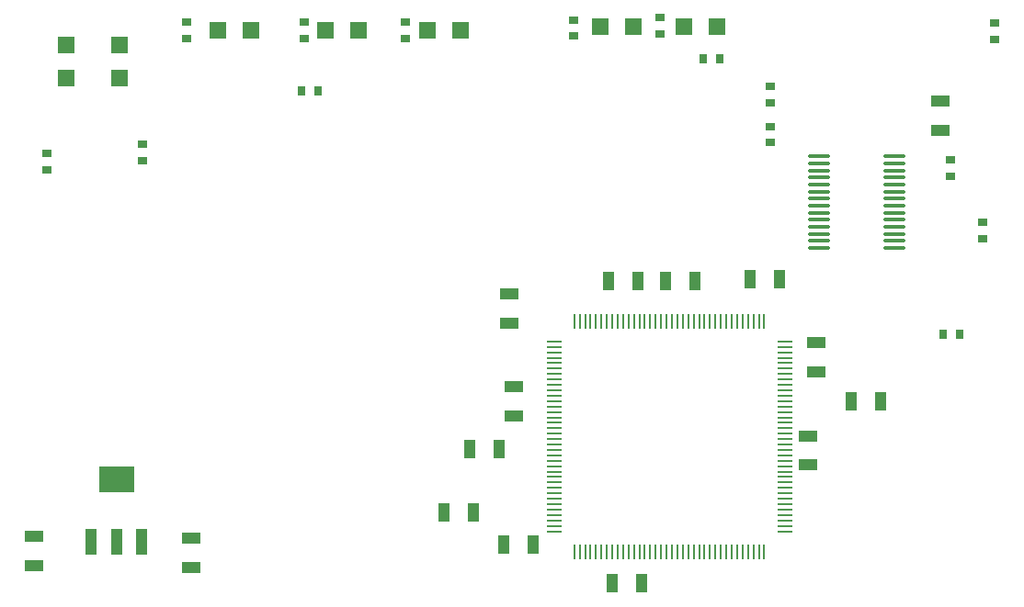
<source format=gtp>
G04 Layer_Color=8421504*
%FSLAX25Y25*%
%MOIN*%
G70*
G01*
G75*
%ADD10R,0.02756X0.03543*%
%ADD11R,0.03543X0.02756*%
%ADD12R,0.05906X0.06299*%
%ADD13R,0.06299X0.05906*%
%ADD14R,0.06693X0.04331*%
%ADD15R,0.04331X0.06693*%
%ADD16R,0.03937X0.09449*%
%ADD17R,0.12992X0.09449*%
%ADD18O,0.08268X0.01378*%
%ADD19R,0.05315X0.00866*%
%ADD20R,0.00866X0.05315*%
D10*
X377756Y467717D02*
D03*
X383661D02*
D03*
X232087Y455905D02*
D03*
X237992D02*
D03*
X470866Y367717D02*
D03*
X464961D02*
D03*
D11*
X467323Y430905D02*
D03*
Y425000D02*
D03*
X269685Y480905D02*
D03*
Y475000D02*
D03*
X233071Y480905D02*
D03*
Y475000D02*
D03*
X190551Y480905D02*
D03*
Y475000D02*
D03*
X174409Y436417D02*
D03*
Y430512D02*
D03*
X362205Y482480D02*
D03*
Y476575D02*
D03*
X330709Y481693D02*
D03*
Y475787D02*
D03*
X479134Y402362D02*
D03*
Y408268D02*
D03*
X139764Y433268D02*
D03*
Y427362D02*
D03*
X402000Y437094D02*
D03*
Y443000D02*
D03*
Y451594D02*
D03*
Y457500D02*
D03*
X483500Y474594D02*
D03*
Y480500D02*
D03*
D12*
X277858Y477953D02*
D03*
X289858D02*
D03*
X240850D02*
D03*
X252850D02*
D03*
X201780D02*
D03*
X213779D02*
D03*
X370772Y479134D02*
D03*
X382772D02*
D03*
X340457D02*
D03*
X352457D02*
D03*
D13*
X166142Y472535D02*
D03*
Y460535D02*
D03*
X146850Y472441D02*
D03*
Y460441D02*
D03*
D14*
X463779Y452165D02*
D03*
Y441535D02*
D03*
X415748Y320079D02*
D03*
Y330709D02*
D03*
X418898Y353937D02*
D03*
Y364567D02*
D03*
X309055Y348622D02*
D03*
Y337992D02*
D03*
X192000Y293500D02*
D03*
Y282870D02*
D03*
X135000Y294130D02*
D03*
Y283500D02*
D03*
X307500Y371500D02*
D03*
Y382130D02*
D03*
D15*
X374803Y387008D02*
D03*
X364173D02*
D03*
X344882Y277165D02*
D03*
X355512D02*
D03*
X293307Y325984D02*
D03*
X303937D02*
D03*
X354134Y387008D02*
D03*
X343504D02*
D03*
X405315Y387402D02*
D03*
X394685D02*
D03*
X305512Y291339D02*
D03*
X316142D02*
D03*
X283870Y303000D02*
D03*
X294500D02*
D03*
X431496Y343307D02*
D03*
X442126D02*
D03*
D16*
X155945Y292083D02*
D03*
X165000D02*
D03*
X174055D02*
D03*
D17*
X165000Y314917D02*
D03*
D18*
X419917Y432134D02*
D03*
Y429575D02*
D03*
Y427016D02*
D03*
Y424457D02*
D03*
Y421898D02*
D03*
Y419339D02*
D03*
Y416780D02*
D03*
Y414220D02*
D03*
Y411661D02*
D03*
Y409102D02*
D03*
Y406543D02*
D03*
Y403984D02*
D03*
Y401425D02*
D03*
Y398866D02*
D03*
X447083Y432134D02*
D03*
Y429575D02*
D03*
Y427016D02*
D03*
Y424457D02*
D03*
Y421898D02*
D03*
Y419339D02*
D03*
Y416780D02*
D03*
Y414220D02*
D03*
Y411661D02*
D03*
Y409102D02*
D03*
Y406543D02*
D03*
Y403984D02*
D03*
Y401425D02*
D03*
Y398866D02*
D03*
D19*
X407331Y296051D02*
D03*
Y298020D02*
D03*
Y299988D02*
D03*
Y301957D02*
D03*
Y303925D02*
D03*
Y305894D02*
D03*
Y307862D02*
D03*
Y309831D02*
D03*
Y311799D02*
D03*
Y313768D02*
D03*
Y315736D02*
D03*
Y317705D02*
D03*
Y319673D02*
D03*
Y321642D02*
D03*
Y323610D02*
D03*
Y325579D02*
D03*
Y327547D02*
D03*
Y329516D02*
D03*
Y331484D02*
D03*
Y333453D02*
D03*
Y335421D02*
D03*
Y337390D02*
D03*
Y339358D02*
D03*
Y341327D02*
D03*
Y343295D02*
D03*
Y345264D02*
D03*
Y347232D02*
D03*
Y349201D02*
D03*
Y351169D02*
D03*
Y353138D02*
D03*
Y355106D02*
D03*
Y357075D02*
D03*
Y359043D02*
D03*
Y361012D02*
D03*
Y362980D02*
D03*
Y364949D02*
D03*
X323669D02*
D03*
Y362980D02*
D03*
Y361012D02*
D03*
Y359043D02*
D03*
Y357075D02*
D03*
Y355106D02*
D03*
Y353138D02*
D03*
Y351169D02*
D03*
Y349201D02*
D03*
Y347232D02*
D03*
Y345264D02*
D03*
Y343295D02*
D03*
Y341327D02*
D03*
Y339358D02*
D03*
Y337390D02*
D03*
Y335421D02*
D03*
Y333453D02*
D03*
Y331484D02*
D03*
Y329516D02*
D03*
Y327547D02*
D03*
Y325579D02*
D03*
Y323610D02*
D03*
Y321642D02*
D03*
Y319673D02*
D03*
Y317705D02*
D03*
Y315736D02*
D03*
Y313768D02*
D03*
Y311799D02*
D03*
Y309831D02*
D03*
Y307862D02*
D03*
Y305894D02*
D03*
Y303925D02*
D03*
Y301957D02*
D03*
Y299988D02*
D03*
Y298020D02*
D03*
Y296051D02*
D03*
D20*
X399949Y372331D02*
D03*
X397980D02*
D03*
X396012D02*
D03*
X394043D02*
D03*
X392075D02*
D03*
X390106D02*
D03*
X388138D02*
D03*
X386169D02*
D03*
X384201D02*
D03*
X382232D02*
D03*
X380264D02*
D03*
X378295D02*
D03*
X376327D02*
D03*
X374358D02*
D03*
X372390D02*
D03*
X370421D02*
D03*
X368453D02*
D03*
X366484D02*
D03*
X364516D02*
D03*
X362547D02*
D03*
X360579D02*
D03*
X358610D02*
D03*
X356642D02*
D03*
X354673D02*
D03*
X352705D02*
D03*
X350736D02*
D03*
X348768D02*
D03*
X346799D02*
D03*
X344831D02*
D03*
X342862D02*
D03*
X340894D02*
D03*
X338925D02*
D03*
X336957D02*
D03*
X334988D02*
D03*
X333020D02*
D03*
X331051D02*
D03*
Y288669D02*
D03*
X333020D02*
D03*
X334988D02*
D03*
X336957D02*
D03*
X338925D02*
D03*
X340894D02*
D03*
X342862D02*
D03*
X344831D02*
D03*
X346799D02*
D03*
X348768D02*
D03*
X350736D02*
D03*
X352705D02*
D03*
X354673D02*
D03*
X356642D02*
D03*
X358610D02*
D03*
X360579D02*
D03*
X362547D02*
D03*
X364516D02*
D03*
X366484D02*
D03*
X368453D02*
D03*
X370421D02*
D03*
X372390D02*
D03*
X374358D02*
D03*
X376327D02*
D03*
X378295D02*
D03*
X380264D02*
D03*
X382232D02*
D03*
X384201D02*
D03*
X386169D02*
D03*
X388138D02*
D03*
X390106D02*
D03*
X392075D02*
D03*
X394043D02*
D03*
X396012D02*
D03*
X397980D02*
D03*
X399949D02*
D03*
M02*

</source>
